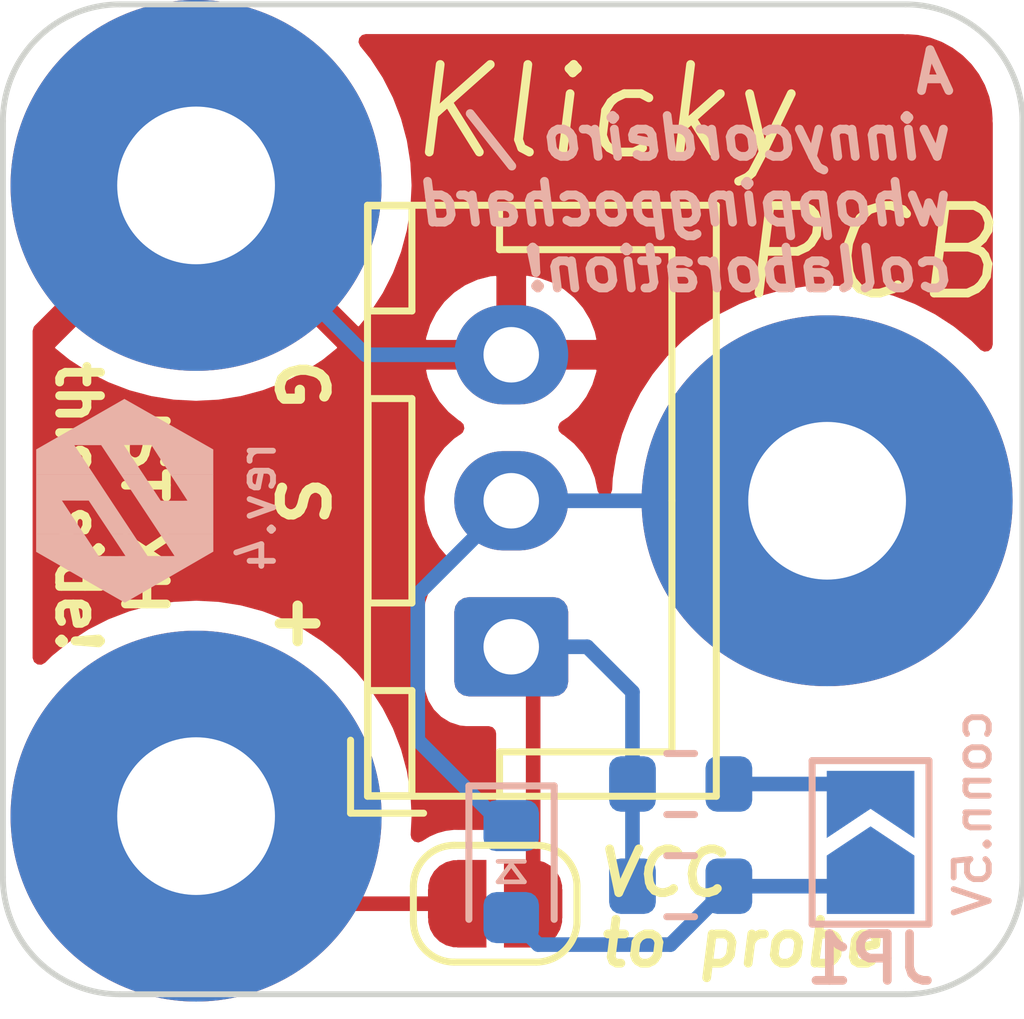
<source format=kicad_pcb>
(kicad_pcb (version 20211014) (generator pcbnew)
  (layers (0 "F.Cu" signal) (31 "B.Cu" signal) (34 "B.Paste" user) (35 "F.Paste" user) (36 "B.SilkS" user "B.Silkscreen") (37 "F.SilkS" user "F.Silkscreen") (38 "B.Mask" user) (39 "F.Mask" user) (44 "Edge.Cuts" user))
  (net 0 "")
  (net 1 "SW_NC")
  (net 2 "Net-(D1-Pad1)")
  (net 3 "S")
  (net 4 "SW_NO")
  (net 5 "Net-(JP1-Pad2)")
  (net 6 "VCC")
  (footprint "Connector_JST:JST_XH_B3B-XH-A_1x03_P2.50mm_Vertical" (layer "F.Cu") (at 103.1 69.9 90)
    (fp_text reference "J1" hide)
    (fp_text value "B3B-XH-A_LF__SN_" hide)
    (fp_line (start 7.56 -2.46) (end -2.56 -2.46) (layer "F.SilkS") (width 0.12))
    (fp_line (start 7.55 -1.7) (end 7.55 -2.45) (layer "F.SilkS") (width 0.12))
    (fp_line (start 6.8 -0.2) (end 6.8 2.75) (layer "F.SilkS") (width 0.12))
    (fp_line (start 4.25 -2.45) (end 0.75 -2.45) (layer "F.SilkS") (width 0.12))
    (fp_line (start 7.55 -0.2) (end 6.8 -0.2) (layer "F.SilkS") (width 0.12))
    (fp_line (start 7.56 3.51) (end 7.56 -2.46) (layer "F.SilkS") (width 0.12))
    (fp_line (start -2.56 -2.46) (end -2.56 3.51) (layer "F.SilkS") (width 0.12))
    (fp_line (start -1.8 -0.2) (end -1.8 2.75) (layer "F.SilkS") (width 0.12))
    (fp_line (start 6.8 2.75) (end 2.5 2.75) (layer "F.SilkS") (width 0.12))
    (fp_line (start 0.75 -2.45) (end 0.75 -1.7) (layer "F.SilkS") (width 0.12))
    (fp_line (start -1.6 -2.75) (end -2.85 -2.75) (layer "F.SilkS") (width 0.12))
    (fp_line (start -0.75 -1.7) (end -0.75 -2.45) (layer "F.SilkS") (width 0.12))
    (fp_line (start -2.55 -0.2) (end -1.8 -0.2) (layer "F.SilkS") (width 0.12))
    (fp_line (start 7.55 -2.45) (end 5.75 -2.45) (layer "F.SilkS") (width 0.12))
    (fp_line (start -2.55 -1.7) (end -0.75 -1.7) (layer "F.SilkS") (width 0.12))
    (fp_line (start 5.75 -2.45) (end 5.75 -1.7) (layer "F.SilkS") (width 0.12))
    (fp_line (start 0.75 -1.7) (end 4.25 -1.7) (layer "F.SilkS") (width 0.12))
    (fp_line (start -2.56 3.51) (end 7.56 3.51) (layer "F.SilkS") (width 0.12))
    (fp_line (start 5.75 -1.7) (end 7.55 -1.7) (layer "F.SilkS") (width 0.12))
    (fp_line (start 4.25 -1.7) (end 4.25 -2.45) (layer "F.SilkS") (width 0.12))
    (fp_line (start -1.8 2.75) (end 2.5 2.75) (layer "F.SilkS") (width 0.12))
    (fp_line (start -2.55 -2.45) (end -2.55 -1.7) (layer "F.SilkS") (width 0.12))
    (fp_line (start -2.85 -2.75) (end -2.85 -1.5) (layer "F.SilkS") (width 0.12))
    (fp_line (start -0.75 -2.45) (end -2.55 -2.45) (layer "F.SilkS") (width 0.12))
    (pad "1" thru_hole roundrect locked (at 0 0 90) (size 1.7 1.95) (drill 0.95) (layers *.Cu *.Mask) (roundrect_rratio 0.1470588235) (net 6 "VCC"))
    (pad "2" thru_hole oval locked (at 2.5 0 90) (size 1.7 1.95) (drill 0.95) (layers *.Cu *.Mask) (net 3 "S"))
    (pad "3" thru_hole oval locked (at 5 0 90) (size 1.7 1.95) (drill 0.95) (layers *.Cu *.Mask) (net 1 "SW_NC"))
  )
  (footprint "MountingHole:MountingHole_2.7mm_Pad" (layer "F.Cu") (at 97.706 62)
    (fp_text reference "H6" hide)
    (fp_text value "MountingHole_Pad" hide)
    (pad "1" thru_hole circle locked (at 0 0) (size 6.35 6.35) (drill 2.7) (layers *.Cu *.Mask) (net 1 "SW_NC"))
  )
  (footprint "Jumper:SolderJumper-2_P1.3mm_Open_RoundedPad1.0x1.5mm" (layer "F.Cu") (at 102.825 74.3 180)
    (fp_text reference "JP2" hide)
    (fp_text value "SolderJumper_2_Open")
    (fp_line (start -1.4 0.3) (end -1.4 -0.3) (layer "F.SilkS") (width 0.12))
    (fp_line (start -0.7 -1) (end 0.7 -1) (layer "F.SilkS") (width 0.12))
    (fp_line (start 1.4 -0.3) (end 1.4 0.3) (layer "F.SilkS") (width 0.12))
    (fp_line (start 0.7 1) (end -0.7 1) (layer "F.SilkS") (width 0.12))
    (fp_arc (start -1.4 -0.3) (mid -1.194975 -0.794975) (end -0.7 -1) (layer "F.SilkS") (width 0.12))
    (fp_arc (start 1.4 0.3) (mid 1.194975 0.794975) (end 0.7 1) (layer "F.SilkS") (width 0.12))
    (fp_arc (start -0.7 1) (mid -1.194975 0.794975) (end -1.4 0.3) (layer "F.SilkS") (width 0.12))
    (fp_arc (start 0.7 -1) (mid 1.194975 -0.794975) (end 1.4 -0.3) (layer "F.SilkS") (width 0.12))
    (pad "1" smd custom locked (at -0.65 0 180) (size 1 0.5) (layers "F.Cu" "F.Mask") (net 6 "VCC") (options (clearance outline) (anchor rect)) (primitives (gr_circle (center 0 0.25) (end 0.5 0.25) (width 0) (fill yes)) (gr_circle (center 0 -0.25) (end 0.5 -0.25) (width 0) (fill yes)) (gr_poly (pts (xy 0.5 0.75) (xy 0 0.75) (xy 0 -0.75) (xy 0.5 -0.75)) (width 0) (fill yes))))
    (pad "2" smd custom locked (at 0.65 0 180) (size 1 0.5) (layers "F.Cu" "F.Mask") (net 4 "SW_NO") (options (clearance outline) (anchor rect)) (primitives (gr_circle (center 0 0.25) (end 0.5 0.25) (width 0) (fill yes)) (gr_circle (center 0 -0.25) (end 0.5 -0.25) (width 0) (fill yes)) (gr_poly (pts (xy 0 0.75) (xy -0.5 0.75) (xy -0.5 -0.75) (xy 0 -0.75)) (width 0) (fill yes))))
  )
  (footprint "MountingHole:MountingHole_2.7mm_Pad" (layer "F.Cu") (at 97.706 72.8)
    (fp_text reference "H5" hide)
    (fp_text value "MountingHole_Pad" hide)
    (pad "1" thru_hole circle locked (at 0 0) (size 6.35 6.35) (drill 2.7) (layers *.Cu *.Mask) (net 4 "SW_NO"))
  )
  (footprint "MountingHole:MountingHole_2.7mm_Pad" (layer "F.Cu") (at 108.506 67.4)
    (fp_text reference "H4" hide)
    (fp_text value "MountingHole_Pad" hide)
    (pad "1" thru_hole circle locked (at 0 0) (size 6.35 6.35) (drill 2.7) (layers *.Cu *.Mask) (net 3 "S"))
  )
  (footprint "Jumper:SolderJumper-2_P1.3mm_Open_TrianglePad1.0x1.5mm" (layer "B.Cu") (at 109.25 73.25 90)
    (fp_text reference "JP1" (at -2 0 180) (layer "B.SilkS") (effects (font (size 0.8 0.8)) (justify mirror)))
    (fp_text value "SolderJumper_2_Open" hide)
    (fp_line (start 1.4 1) (end 1.4 -1) (layer "B.SilkS") (width 0.12))
    (fp_line (start 1.4 -1) (end -1.4 -1) (layer "B.SilkS") (width 0.12))
    (fp_line (start -1.4 1) (end 1.4 1) (layer "B.SilkS") (width 0.12))
    (fp_line (start -1.4 -1) (end -1.4 1) (layer "B.SilkS") (width 0.12))
    (pad "1" smd custom locked (at -0.725 0 90) (size 0.3 0.3) (layers "B.Cu" "B.Mask") (net 2 "Net-(D1-Pad1)") (options (clearance outline) (anchor rect)) (primitives (gr_poly (pts (xy 1 0) (xy 0.5 0.75) (xy -0.5 0.75) (xy -0.5 -0.75) (xy 0.5 -0.75)) (width 0) (fill yes))))
    (pad "2" smd custom locked (at 0.725 0 90) (size 0.3 0.3) (layers "B.Cu" "B.Mask") (net 5 "Net-(JP1-Pad2)") (options (clearance outline) (anchor rect)) (primitives (gr_poly (pts (xy 0.5 0.75) (xy -0.65 0.75) (xy -0.15 0) (xy -0.65 -0.75) (xy 0.5 -0.75)) (width 0) (fill yes))))
  )
  (footprint "Resistor_SMD:R_0603_1608Metric" (layer "B.Cu") (at 106 74 180)
    (fp_text reference "R1" hide)
    (fp_text value "2K1")
    (fp_line (start -0.237258 -0.5225) (end 0.237258 -0.5225) (layer "B.SilkS") (width 0.12))
    (fp_line (start -0.237258 0.5225) (end 0.237258 0.5225) (layer "B.SilkS") (width 0.12))
    (pad "1" smd roundrect locked (at -0.825 0 180) (size 0.8 0.95) (layers "B.Cu" "B.Paste" "B.Mask") (net 2 "Net-(D1-Pad1)"))
    (pad "2" smd roundrect locked (at 0.825 0 180) (size 0.8 0.95) (layers "B.Cu" "B.Paste" "B.Mask") (net 6 "VCC"))
  )
  (footprint "Diode_SMD:D_0603_1608Metric" (layer "B.Cu") (at 103.1 73.75 90)
    (fp_text reference "D1" hide)
    (fp_text value "LTST-C191TBKT" hide)
    (fp_line (start -0.175 0.225) (end 0.125 0) (layer "B.SilkS") (width 0.08))
    (fp_line (start 0.125 0) (end -0.175 -0.225) (layer "B.SilkS") (width 0.08))
    (fp_line (start -0.8175 -0.725) (end 1.4675 -0.725) (layer "B.SilkS") (width 0.12))
    (fp_line (start 1.4675 0.735) (end -0.8175 0.735) (layer "B.SilkS") (width 0.12))
    (fp_line (start 1.4675 -0.725) (end 1.4675 0.735) (layer "B.SilkS") (width 0.12))
    (fp_line (start 0.175 0.225) (end 0.175 -0.225) (layer "B.SilkS") (width 0.08))
    (fp_line (start -0.175 -0.225) (end -0.175 0.225) (layer "B.SilkS") (width 0.08))
    (pad "1" smd roundrect (at -0.7875 0 90) (size 0.875 0.95) (layers "B.Cu" "B.Paste" "B.Mask") (net 2 "Net-(D1-Pad1)"))
    (pad "2" smd roundrect (at 0.7875 0 90) (size 0.875 0.95) (layers "B.Cu" "B.Paste" "B.Mask") (net 3 "S"))
  )
  (footprint "Resistor_SMD:R_0603_1608Metric" (layer "B.Cu") (at 106 72.25)
    (fp_text reference "R2" hide)
    (fp_text value "200")
    (fp_line (start -0.237258 -0.5225) (end 0.237258 -0.5225) (layer "B.SilkS") (width 0.12))
    (fp_line (start -0.237258 0.5225) (end 0.237258 0.5225) (layer "B.SilkS") (width 0.12))
    (pad "1" smd roundrect locked (at -0.825 0) (size 0.8 0.95) (layers "B.Cu" "B.Paste" "B.Mask") (net 6 "VCC"))
    (pad "2" smd roundrect locked (at 0.825 0) (size 0.8 0.95) (layers "B.Cu" "B.Paste" "B.Mask") (net 5 "Net-(JP1-Pad2)"))
  )
  (gr_poly (pts (xy 96.622691 67.965573) (xy 96.247933 67.965573) (xy 96.184268 67.869351) (xy 95.869378 67.394936) (xy 95.63841 67.394755) (xy 95.407442 67.394755) (xy 95.41323 67.404703) (xy 95.727578 67.881469) (xy 95.783104 67.965573) (xy 94.970104 67.965573) (xy 94.970647 67.397468) (xy 94.97119 66.950544) (xy 95.952758 66.950544) (xy 96.254083 67.407416) (xy 96.622691 67.965573)) (layer "B.SilkS") (width 0.003619) (fill solid))
  (gr_poly (pts (xy 97.997826 66.950544) (xy 97.270196 66.950544) (xy 97.25012 66.919435) (xy 96.940656 66.44303) (xy 96.704262 66.442849) (xy 96.467868 66.442849) (xy 96.473837 66.452978) (xy 96.569227 66.597868) (xy 96.789993 66.931734) (xy 96.802473 66.950544) (xy 96.416321 66.950544) (xy 96.082801 66.446647) (xy 95.851833 66.446467) (xy 95.620866 66.446467) (xy 95.626834 66.456414) (xy 95.952758 66.950544) (xy 94.97119 66.950544) (xy 94.971732 66.521527) (xy 95.725407 66.089796) (xy 96.479082 65.658065) (xy 97.238183 66.089796) (xy 97.997465 66.521527) (xy 97.997826 66.950544)) (layer "B.SilkS") (width 0.003619) (fill solid))
  (gr_poly (pts (xy 97.087882 67.965573) (xy 97.998912 67.965573) (xy 97.999273 68.269792) (xy 97.245598 68.706044) (xy 97.245418 68.706044) (xy 96.711748 69.014312) (xy 96.48704 69.142658) (xy 96.425513 69.108413) (xy 96.261494 69.015041) (xy 95.72595 68.708034) (xy 94.969743 68.273409) (xy 94.970104 67.965573) (xy 95.783104 67.965573) (xy 96.035957 68.348288) (xy 96.268733 68.349374) (xy 96.359448 68.349481) (xy 96.433155 68.349069) (xy 96.482528 68.348222) (xy 96.495801 68.347661) (xy 96.500243 68.347022) (xy 96.42066 68.226355) (xy 96.247933 67.965573) (xy 96.622691 67.965573) (xy 96.875544 68.348288) (xy 97.10832 68.349193) (xy 97.20011 68.349325) (xy 97.273762 68.348976) (xy 97.322617 68.348192) (xy 97.335663 68.347653) (xy 97.340011 68.347022) (xy 97.087882 67.965573)) (layer "B.SilkS") (width 0.003619) (fill solid))
  (gr_poly (pts (xy 97.997826 66.950544) (xy 97.998369 67.395659) (xy 97.998912 67.965573) (xy 97.087882 67.965573) (xy 96.710773 67.395297) (xy 96.416321 66.950544) (xy 96.802473 66.950544) (xy 97.1 67.4) (xy 97.330968 67.400904) (xy 97.420812 67.401041) (xy 97.493962 67.400691) (xy 97.543041 67.399905) (xy 97.556248 67.399365) (xy 97.56067 67.398734) (xy 97.473342 67.263569) (xy 97.270196 66.950544) (xy 97.997826 66.950544)) (layer "B.SilkS") (width 0.003619) (fill solid))
  (gr_line (start 111.85 73.85) (end 111.85 60.9) (layer "Edge.Cuts") (width 0.1))
  (gr_line (start 109.85 75.85) (end 96.4 75.85) (layer "Edge.Cuts") (width 0.1))
  (gr_arc (start 111.85 73.85) (mid 111.264214 75.264214) (end 109.85 75.85) (layer "Edge.Cuts") (width 0.1))
  (gr_arc (start 109.85 58.9) (mid 111.264214 59.485786) (end 111.85 60.9) (layer "Edge.Cuts") (width 0.1))
  (gr_arc (start 96.4 75.85) (mid 94.985786 75.264214) (end 94.4 73.85) (layer "Edge.Cuts") (width 0.1))
  (gr_line (start 94.4 60.9) (end 94.4 73.85) (layer "Edge.Cuts") (width 0.1))
  (gr_line (start 96.4 58.9) (end 109.85 58.9) (layer "Edge.Cuts") (width 0.1))
  (gr_arc (start 94.4 60.9) (mid 94.985786 59.485786) (end 96.4 58.9) (layer "Edge.Cuts") (width 0.1))
  (gr_text "A\nvinnycordeiro /\nwhoppingpochard\ncollaboration!" (at 110.75 61.75) (layer "B.SilkS") (effects (font (size 0.7 0.7) (thickness 0.15) italic) (justify left mirror)))
  (gr_text "rev.4" (at 98.75 67.5 90) (layer "B.SilkS") (effects (font (size 0.6 0.6) (thickness 0.1)) (justify mirror)))
  (gr_text "conn.5V" (at 111 72.75 90) (layer "B.SilkS") (effects (font (size 0.6 0.6) (thickness 0.1)) (justify mirror)))
  (gr_text "Klicky\n	PCB" (at 101.25 61.95) (layer "F.SilkS") (effects (font (size 1.5 1.5) (thickness 0.15) italic) (justify left)))
  (gr_text "G  S  +" (at 99.5 67.5 270) (layer "F.SilkS") (effects (font (size 0.8 0.8) (thickness 0.175))))
  (gr_text "VCC\nto probe" (at 104.525 74.375) (layer "F.SilkS") (effects (font (size 0.75 0.75) (thickness 0.15) italic) (justify left)))
  (gr_text "JST XH\nthis side!" (at 96.25 67.5 270) (layer "F.SilkS") (effects (font (size 0.7 0.7))))
  (segment (start 103.1 64.9) (end 100.606 64.9) (width 0.25) (layer "B.Cu") (net 1))
  (segment (start 100.606 64.9) (end 97.706 62) (width 0.25) (layer "B.Cu") (net 1))
  (segment (start 106.825 74) (end 105.825 75) (width 0.25) (layer "B.Cu") (net 2))
  (segment (start 103.5625 75) (end 103.1 74.5375) (width 0.25) (layer "B.Cu") (net 2))
  (segment (start 109.225 74) (end 109.25 73.975) (width 0.25) (layer "B.Cu") (net 2))
  (segment (start 105.825 75) (end 103.5625 75) (width 0.25) (layer "B.Cu") (net 2))
  (segment (start 106.825 74) (end 109.225 74) (width 0.25) (layer "B.Cu") (net 2))
  (segment (start 102.9625 72.9625) (end 101.5 71.5) (width 0.25) (layer "B.Cu") (net 3))
  (segment (start 103.1 72.9625) (end 102.9625 72.9625) (width 0.25) (layer "B.Cu") (net 3))
  (segment (start 103.1 67.4) (end 108.506 67.4) (width 0.25) (layer "B.Cu") (net 3))
  (segment (start 101.5 69) (end 103.1 67.4) (width 0.25) (layer "B.Cu") (net 3))
  (segment (start 101.5 71.5) (end 101.5 69) (width 0.25) (layer "B.Cu") (net 3))
  (segment (start 99.206 74.3) (end 97.706 72.8) (width 0.25) (layer "F.Cu") (net 4))
  (segment (start 102.175 74.3) (end 99.206 74.3) (width 0.25) (layer "F.Cu") (net 4))
  (segment (start 108.975 72.25) (end 109.25 72.525) (width 0.25) (layer "B.Cu") (net 5))
  (segment (start 106.825 72.25) (end 108.975 72.25) (width 0.25) (layer "B.Cu") (net 5))
  (segment (start 103.475 70.275) (end 103.1 69.9) (width 0.25) (layer "F.Cu") (net 6))
  (segment (start 103.475 74.3) (end 103.475 70.275) (width 0.25) (layer "F.Cu") (net 6))
  (segment (start 105.175 74) (end 105.175 72.25) (width 0.25) (layer "B.Cu") (net 6))
  (segment (start 105.175 70.675) (end 105.175 72.25) (width 0.25) (layer "B.Cu") (net 6))
  (segment (start 104.4 69.9) (end 105.175 70.675) (width 0.25) (layer "B.Cu") (net 6))
  (segment (start 103.1 69.9) (end 104.4 69.9) (width 0.25) (layer "B.Cu") (net 6))
  (zone (net 1) (net_name "SW_NC") (layer "F.Cu") (connect_pads (clearance 0.508)) (min_thickness 0.254) (fill yes (thermal_gap 0.508) (thermal_bridge_width 0.508))
    (polygon (pts (xy 111.75 75.75) (xy 94.5 75.75) (xy 94.5 59) (xy 111.75 59)))
  )
)
</source>
